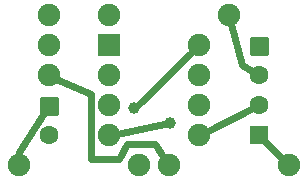
<source format=gbl>
G04 MADE WITH FRITZING*
G04 WWW.FRITZING.ORG*
G04 DOUBLE SIDED*
G04 HOLES PLATED*
G04 CONTOUR ON CENTER OF CONTOUR VECTOR*
%ASAXBY*%
%FSLAX23Y23*%
%MOIN*%
%OFA0B0*%
%SFA1.0B1.0*%
%ADD10C,0.039370*%
%ADD11C,0.075000*%
%ADD12C,0.062992*%
%ADD13R,0.075000X0.075000*%
%ADD14R,0.062992X0.062992*%
%ADD15C,0.024000*%
%ADD16C,0.015748*%
%ADD17R,0.001000X0.001000*%
%LNCOPPER0*%
G90*
G70*
G54D10*
X444Y252D03*
X564Y204D03*
G54D11*
X360Y462D03*
X660Y462D03*
X360Y362D03*
X660Y362D03*
X360Y262D03*
X660Y262D03*
X360Y162D03*
X660Y162D03*
G54D12*
X860Y164D03*
X860Y262D03*
G54D11*
X560Y62D03*
X960Y62D03*
X360Y562D03*
X760Y562D03*
X160Y562D03*
X160Y462D03*
X160Y362D03*
X60Y62D03*
X460Y62D03*
G54D12*
X160Y261D03*
X160Y162D03*
X860Y461D03*
X860Y362D03*
G54D13*
X360Y462D03*
G54D14*
X860Y164D03*
G54D15*
X879Y145D02*
X940Y83D01*
D02*
X545Y86D02*
X516Y132D01*
X516Y132D02*
X420Y132D01*
X420Y132D02*
X396Y84D01*
X396Y84D02*
X300Y84D01*
X300Y84D02*
X300Y300D01*
X300Y300D02*
X186Y351D01*
D02*
X60Y91D02*
X60Y108D01*
D02*
X60Y108D02*
X146Y238D01*
D02*
X458Y265D02*
X640Y442D01*
D02*
X545Y200D02*
X388Y168D01*
D02*
X768Y535D02*
X804Y396D01*
D02*
X804Y396D02*
X837Y376D01*
D02*
X686Y175D02*
X836Y250D01*
G54D16*
X137Y237D02*
X137Y284D01*
X184Y284D01*
X184Y237D01*
X137Y237D01*
D02*
X837Y437D02*
X837Y484D01*
X884Y484D01*
X884Y437D01*
X837Y437D01*
D02*
G54D17*
D02*
G04 End of Copper0*
M02*
</source>
